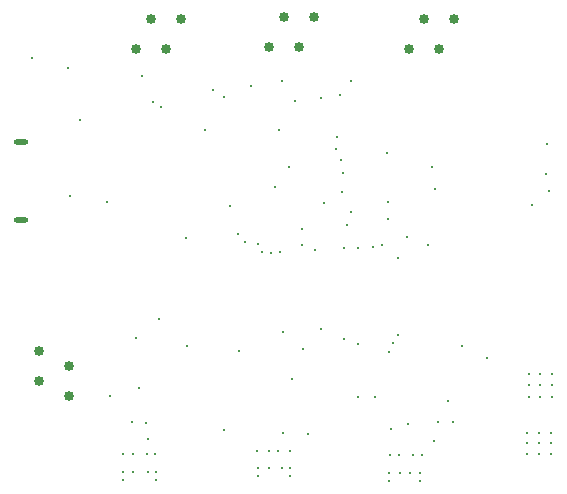
<source format=gbr>
%TF.GenerationSoftware,Altium Limited,Altium Designer,22.10.1 (41)*%
G04 Layer_Color=0*
%FSLAX45Y45*%
%MOMM*%
%TF.SameCoordinates,087233EE-98F5-4CDC-9370-A7D44EC71BE6*%
%TF.FilePolarity,Positive*%
%TF.FileFunction,Plated,1,4,PTH,Drill*%
%TF.Part,Single*%
G01*
G75*
%TA.AperFunction,ComponentDrill*%
%ADD89O,1.20000X0.50000*%
%ADD90C,0.85000*%
%ADD91C,0.85000*%
%TA.AperFunction,ViaDrill,NotFilled*%
%ADD92C,0.20000*%
D89*
X149640Y2973867D02*
D03*
Y3633867D02*
D03*
D90*
X3817000Y4674000D02*
D03*
X3690000Y4420000D02*
D03*
X3563000Y4674000D02*
D03*
X3436000Y4420000D02*
D03*
X2634000Y4690000D02*
D03*
X2507000Y4436000D02*
D03*
X2380000Y4690000D02*
D03*
X2253000Y4436000D02*
D03*
X1507000Y4674000D02*
D03*
X1380000Y4420000D02*
D03*
X1253000Y4674000D02*
D03*
X1126000Y4420000D02*
D03*
D91*
X306000Y1857000D02*
D03*
X560000Y1730000D02*
D03*
X306000Y1603000D02*
D03*
X560000Y1476000D02*
D03*
D92*
X3680000Y1260000D02*
D03*
X3810000D02*
D03*
X3630000Y3420000D02*
D03*
X3290000Y1200000D02*
D03*
X3150000Y1470000D02*
D03*
X910000Y1480000D02*
D03*
X1150000Y1550000D02*
D03*
X1090000Y1260000D02*
D03*
X1210000Y1250000D02*
D03*
X2690000Y2050000D02*
D03*
X2370000Y2022500D02*
D03*
X2540000Y1880000D02*
D03*
X2890000Y1960000D02*
D03*
X2000000Y1860000D02*
D03*
X1130000Y1970000D02*
D03*
X3250000Y3540000D02*
D03*
X4100000Y1800000D02*
D03*
X3890000Y1900000D02*
D03*
X3770000Y1440000D02*
D03*
X3300000Y1930000D02*
D03*
X3342500Y2000000D02*
D03*
X3270000Y1850000D02*
D03*
X3010000Y1922500D02*
D03*
X3420000Y2830000D02*
D03*
X3600000Y2760000D02*
D03*
X3342500Y2650000D02*
D03*
X4480000Y3100000D02*
D03*
X3260000Y2980000D02*
D03*
Y3120000D02*
D03*
X1340000Y3930000D02*
D03*
X1270000Y3970000D02*
D03*
X1180000Y4190000D02*
D03*
X1710000Y3730000D02*
D03*
X3470000Y980000D02*
D03*
X3550000D02*
D03*
X3350000D02*
D03*
X3280000D02*
D03*
X1220000Y990000D02*
D03*
X2430000Y1012500D02*
D03*
X2150000D02*
D03*
X2250000D02*
D03*
X3270000Y830000D02*
D03*
X3530000Y760000D02*
D03*
Y830000D02*
D03*
X3450000D02*
D03*
X3360000D02*
D03*
X3270000Y760000D02*
D03*
X1230000Y840000D02*
D03*
X2250000Y870000D02*
D03*
X2360000D02*
D03*
X2430000D02*
D03*
Y800000D02*
D03*
X2160000D02*
D03*
X1100000Y840000D02*
D03*
X1020000Y770000D02*
D03*
Y840000D02*
D03*
X1300000D02*
D03*
Y770000D02*
D03*
X1228655Y1115411D02*
D03*
X650000Y3820000D02*
D03*
X4440000Y990000D02*
D03*
X4540000Y1170000D02*
D03*
X4640000D02*
D03*
X4440000D02*
D03*
X4540000Y990000D02*
D03*
X4640000D02*
D03*
Y1080000D02*
D03*
X4440000D02*
D03*
X4540000D02*
D03*
X4550000Y1570000D02*
D03*
X250000Y4340000D02*
D03*
X3653006Y1095234D02*
D03*
X2160000Y870000D02*
D03*
X2330000Y1012500D02*
D03*
X1020000Y990000D02*
D03*
X1100000D02*
D03*
X1290000D02*
D03*
X2270000Y2690000D02*
D03*
X2530000Y2760000D02*
D03*
X2529768Y2892500D02*
D03*
X2360000Y4150000D02*
D03*
X3429993Y1239998D02*
D03*
X550000Y4260000D02*
D03*
X2645814Y2714185D02*
D03*
X2344948Y2697448D02*
D03*
X2189996Y2699995D02*
D03*
X2580000Y1160000D02*
D03*
X2950000Y4147500D02*
D03*
X2850000Y4030000D02*
D03*
X1780000Y4072500D02*
D03*
X2100030Y4107500D02*
D03*
X1870000Y4010000D02*
D03*
X880000Y3120000D02*
D03*
X3010000Y1470000D02*
D03*
X2450000Y1620000D02*
D03*
X2420000Y3420000D02*
D03*
X2720000Y3110000D02*
D03*
X2910000Y2930000D02*
D03*
X3010000Y2730000D02*
D03*
X1320000Y2130000D02*
D03*
X2889625Y2732500D02*
D03*
X1560000Y1900000D02*
D03*
X3210000Y2760000D02*
D03*
X3130000Y2740000D02*
D03*
X2156973Y2766973D02*
D03*
X2367500Y1170000D02*
D03*
X1870000Y1190000D02*
D03*
X570000Y3170000D02*
D03*
X1989996Y2849994D02*
D03*
X2470000Y3980000D02*
D03*
X1550000Y2820000D02*
D03*
X2300000Y3250000D02*
D03*
X2690000Y4000000D02*
D03*
X2340000Y3730000D02*
D03*
X4620000Y3220000D02*
D03*
X4600000Y3360000D02*
D03*
X4610000Y3610000D02*
D03*
X2870000Y3210000D02*
D03*
X2950000Y3040000D02*
D03*
X2830000Y3670000D02*
D03*
X2860000Y3480000D02*
D03*
X2820000Y3570000D02*
D03*
X3660000Y3230000D02*
D03*
X1920000Y3090000D02*
D03*
X2050000Y2780000D02*
D03*
X2880000Y3370000D02*
D03*
X4450000Y1470000D02*
D03*
Y1570000D02*
D03*
Y1670000D02*
D03*
X4550000D02*
D03*
Y1470000D02*
D03*
X4650000D02*
D03*
Y1570000D02*
D03*
Y1670000D02*
D03*
%TF.MD5,177c62148546df8ab377dad88d8c5f64*%
M02*

</source>
